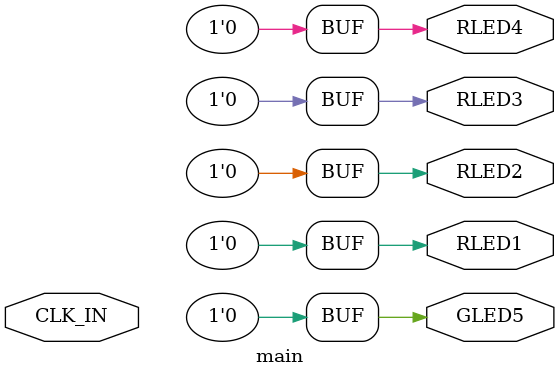
<source format=v>
module main(input CLK_IN, output GLED5, output RLED1, output RLED2, output RLED3, output RLED4);
localparam COUNTER_WIDTH = 24;
 // 2^24 = 16 million or so, approx 0.75 Hz with 12 MHz clock.
reg [COUNTER_WIDTH-1:0] counter;
 always @(posedge CLK_IN)
 counter <= counter + 1;
assign GLED5 = 0; // MSB
 assign RLED1 = 0;
 assign RLED2 = 0;
 assign RLED3 = 0;
 assign RLED4 = 0;
 
endmodule
</source>
